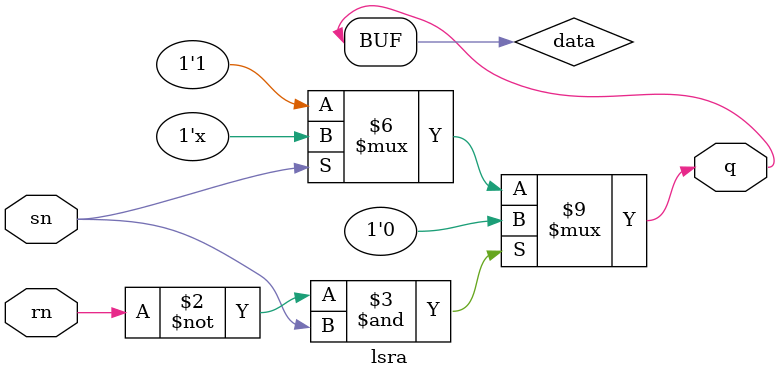
<source format=v>
`include "defs.v"

module lsra
(
	output	q,
	input		rn,
	input		sn
);

reg	data = 1'b1;

assign q = data;

always @(rn or sn)
begin
	if (~rn & sn) begin
		data <= 1'b0;
	end else if (~sn) begin
		data <= 1'b1;
	end
end

endmodule

</source>
